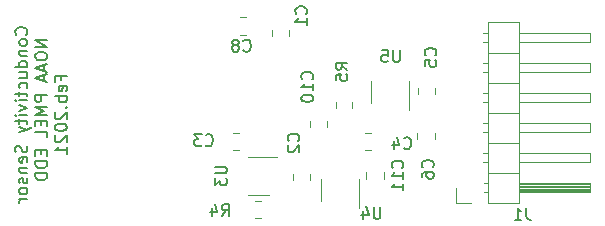
<source format=gbr>
G04 #@! TF.GenerationSoftware,KiCad,Pcbnew,(5.1.7)-1*
G04 #@! TF.CreationDate,2021-02-01T17:00:47-08:00*
G04 #@! TF.ProjectId,Conductivity_Sensor_v2,436f6e64-7563-4746-9976-6974795f5365,rev?*
G04 #@! TF.SameCoordinates,Original*
G04 #@! TF.FileFunction,Legend,Bot*
G04 #@! TF.FilePolarity,Positive*
%FSLAX46Y46*%
G04 Gerber Fmt 4.6, Leading zero omitted, Abs format (unit mm)*
G04 Created by KiCad (PCBNEW (5.1.7)-1) date 2021-02-01 17:00:47*
%MOMM*%
%LPD*%
G01*
G04 APERTURE LIST*
%ADD10C,0.152400*%
%ADD11C,0.120000*%
%ADD12C,0.150000*%
G04 APERTURE END LIST*
D10*
X106966657Y-53791757D02*
X107015038Y-53743376D01*
X107063419Y-53598233D01*
X107063419Y-53501471D01*
X107015038Y-53356328D01*
X106918276Y-53259566D01*
X106821514Y-53211185D01*
X106627990Y-53162804D01*
X106482847Y-53162804D01*
X106289323Y-53211185D01*
X106192561Y-53259566D01*
X106095800Y-53356328D01*
X106047419Y-53501471D01*
X106047419Y-53598233D01*
X106095800Y-53743376D01*
X106144180Y-53791757D01*
X107063419Y-54372328D02*
X107015038Y-54275566D01*
X106966657Y-54227185D01*
X106869895Y-54178804D01*
X106579609Y-54178804D01*
X106482847Y-54227185D01*
X106434466Y-54275566D01*
X106386085Y-54372328D01*
X106386085Y-54517471D01*
X106434466Y-54614233D01*
X106482847Y-54662614D01*
X106579609Y-54710995D01*
X106869895Y-54710995D01*
X106966657Y-54662614D01*
X107015038Y-54614233D01*
X107063419Y-54517471D01*
X107063419Y-54372328D01*
X106386085Y-55146423D02*
X107063419Y-55146423D01*
X106482847Y-55146423D02*
X106434466Y-55194804D01*
X106386085Y-55291566D01*
X106386085Y-55436709D01*
X106434466Y-55533471D01*
X106531228Y-55581852D01*
X107063419Y-55581852D01*
X107063419Y-56501090D02*
X106047419Y-56501090D01*
X107015038Y-56501090D02*
X107063419Y-56404328D01*
X107063419Y-56210804D01*
X107015038Y-56114042D01*
X106966657Y-56065661D01*
X106869895Y-56017280D01*
X106579609Y-56017280D01*
X106482847Y-56065661D01*
X106434466Y-56114042D01*
X106386085Y-56210804D01*
X106386085Y-56404328D01*
X106434466Y-56501090D01*
X106386085Y-57420328D02*
X107063419Y-57420328D01*
X106386085Y-56984900D02*
X106918276Y-56984900D01*
X107015038Y-57033280D01*
X107063419Y-57130042D01*
X107063419Y-57275185D01*
X107015038Y-57371947D01*
X106966657Y-57420328D01*
X107015038Y-58339566D02*
X107063419Y-58242804D01*
X107063419Y-58049280D01*
X107015038Y-57952519D01*
X106966657Y-57904138D01*
X106869895Y-57855757D01*
X106579609Y-57855757D01*
X106482847Y-57904138D01*
X106434466Y-57952519D01*
X106386085Y-58049280D01*
X106386085Y-58242804D01*
X106434466Y-58339566D01*
X106386085Y-58629852D02*
X106386085Y-59016900D01*
X106047419Y-58774995D02*
X106918276Y-58774995D01*
X107015038Y-58823376D01*
X107063419Y-58920138D01*
X107063419Y-59016900D01*
X107063419Y-59355566D02*
X106386085Y-59355566D01*
X106047419Y-59355566D02*
X106095800Y-59307185D01*
X106144180Y-59355566D01*
X106095800Y-59403947D01*
X106047419Y-59355566D01*
X106144180Y-59355566D01*
X106386085Y-59742614D02*
X107063419Y-59984519D01*
X106386085Y-60226423D01*
X107063419Y-60613471D02*
X106386085Y-60613471D01*
X106047419Y-60613471D02*
X106095800Y-60565090D01*
X106144180Y-60613471D01*
X106095800Y-60661852D01*
X106047419Y-60613471D01*
X106144180Y-60613471D01*
X106386085Y-60952138D02*
X106386085Y-61339185D01*
X106047419Y-61097280D02*
X106918276Y-61097280D01*
X107015038Y-61145661D01*
X107063419Y-61242423D01*
X107063419Y-61339185D01*
X106386085Y-61581090D02*
X107063419Y-61822995D01*
X106386085Y-62064900D02*
X107063419Y-61822995D01*
X107305323Y-61726233D01*
X107353704Y-61677852D01*
X107402085Y-61581090D01*
X107015038Y-63177661D02*
X107063419Y-63322804D01*
X107063419Y-63564709D01*
X107015038Y-63661471D01*
X106966657Y-63709852D01*
X106869895Y-63758233D01*
X106773133Y-63758233D01*
X106676371Y-63709852D01*
X106627990Y-63661471D01*
X106579609Y-63564709D01*
X106531228Y-63371185D01*
X106482847Y-63274423D01*
X106434466Y-63226042D01*
X106337704Y-63177661D01*
X106240942Y-63177661D01*
X106144180Y-63226042D01*
X106095800Y-63274423D01*
X106047419Y-63371185D01*
X106047419Y-63613090D01*
X106095800Y-63758233D01*
X107015038Y-64580709D02*
X107063419Y-64483947D01*
X107063419Y-64290423D01*
X107015038Y-64193661D01*
X106918276Y-64145280D01*
X106531228Y-64145280D01*
X106434466Y-64193661D01*
X106386085Y-64290423D01*
X106386085Y-64483947D01*
X106434466Y-64580709D01*
X106531228Y-64629090D01*
X106627990Y-64629090D01*
X106724752Y-64145280D01*
X106386085Y-65064519D02*
X107063419Y-65064519D01*
X106482847Y-65064519D02*
X106434466Y-65112900D01*
X106386085Y-65209661D01*
X106386085Y-65354804D01*
X106434466Y-65451566D01*
X106531228Y-65499947D01*
X107063419Y-65499947D01*
X107015038Y-65935376D02*
X107063419Y-66032138D01*
X107063419Y-66225661D01*
X107015038Y-66322423D01*
X106918276Y-66370804D01*
X106869895Y-66370804D01*
X106773133Y-66322423D01*
X106724752Y-66225661D01*
X106724752Y-66080519D01*
X106676371Y-65983757D01*
X106579609Y-65935376D01*
X106531228Y-65935376D01*
X106434466Y-65983757D01*
X106386085Y-66080519D01*
X106386085Y-66225661D01*
X106434466Y-66322423D01*
X107063419Y-66951376D02*
X107015038Y-66854614D01*
X106966657Y-66806233D01*
X106869895Y-66757852D01*
X106579609Y-66757852D01*
X106482847Y-66806233D01*
X106434466Y-66854614D01*
X106386085Y-66951376D01*
X106386085Y-67096519D01*
X106434466Y-67193280D01*
X106482847Y-67241661D01*
X106579609Y-67290042D01*
X106869895Y-67290042D01*
X106966657Y-67241661D01*
X107015038Y-67193280D01*
X107063419Y-67096519D01*
X107063419Y-66951376D01*
X107063419Y-67725471D02*
X106386085Y-67725471D01*
X106579609Y-67725471D02*
X106482847Y-67773852D01*
X106434466Y-67822233D01*
X106386085Y-67918995D01*
X106386085Y-68015757D01*
X108739819Y-54251376D02*
X107723819Y-54251376D01*
X108739819Y-54831947D01*
X107723819Y-54831947D01*
X107723819Y-55509280D02*
X107723819Y-55702804D01*
X107772200Y-55799566D01*
X107868961Y-55896328D01*
X108062485Y-55944709D01*
X108401152Y-55944709D01*
X108594676Y-55896328D01*
X108691438Y-55799566D01*
X108739819Y-55702804D01*
X108739819Y-55509280D01*
X108691438Y-55412519D01*
X108594676Y-55315757D01*
X108401152Y-55267376D01*
X108062485Y-55267376D01*
X107868961Y-55315757D01*
X107772200Y-55412519D01*
X107723819Y-55509280D01*
X108449533Y-56331757D02*
X108449533Y-56815566D01*
X108739819Y-56234995D02*
X107723819Y-56573661D01*
X108739819Y-56912328D01*
X108449533Y-57202614D02*
X108449533Y-57686423D01*
X108739819Y-57105852D02*
X107723819Y-57444519D01*
X108739819Y-57783185D01*
X108739819Y-58895947D02*
X107723819Y-58895947D01*
X107723819Y-59282995D01*
X107772200Y-59379757D01*
X107820580Y-59428138D01*
X107917342Y-59476519D01*
X108062485Y-59476519D01*
X108159247Y-59428138D01*
X108207628Y-59379757D01*
X108256009Y-59282995D01*
X108256009Y-58895947D01*
X108739819Y-59911947D02*
X107723819Y-59911947D01*
X108449533Y-60250614D01*
X107723819Y-60589280D01*
X108739819Y-60589280D01*
X108207628Y-61073090D02*
X108207628Y-61411757D01*
X108739819Y-61556900D02*
X108739819Y-61073090D01*
X107723819Y-61073090D01*
X107723819Y-61556900D01*
X108739819Y-62476138D02*
X108739819Y-61992328D01*
X107723819Y-61992328D01*
X108207628Y-63588900D02*
X108207628Y-63927566D01*
X108739819Y-64072709D02*
X108739819Y-63588900D01*
X107723819Y-63588900D01*
X107723819Y-64072709D01*
X108739819Y-64508138D02*
X107723819Y-64508138D01*
X107723819Y-64750042D01*
X107772200Y-64895185D01*
X107868961Y-64991947D01*
X107965723Y-65040328D01*
X108159247Y-65088709D01*
X108304390Y-65088709D01*
X108497914Y-65040328D01*
X108594676Y-64991947D01*
X108691438Y-64895185D01*
X108739819Y-64750042D01*
X108739819Y-64508138D01*
X108739819Y-65524138D02*
X107723819Y-65524138D01*
X107723819Y-65766042D01*
X107772200Y-65911185D01*
X107868961Y-66007947D01*
X107965723Y-66056328D01*
X108159247Y-66104709D01*
X108304390Y-66104709D01*
X108497914Y-66056328D01*
X108594676Y-66007947D01*
X108691438Y-65911185D01*
X108739819Y-65766042D01*
X108739819Y-65524138D01*
X109884028Y-57613852D02*
X109884028Y-57275185D01*
X110416219Y-57275185D02*
X109400219Y-57275185D01*
X109400219Y-57758995D01*
X110367838Y-58533090D02*
X110416219Y-58436328D01*
X110416219Y-58242804D01*
X110367838Y-58146042D01*
X110271076Y-58097661D01*
X109884028Y-58097661D01*
X109787266Y-58146042D01*
X109738885Y-58242804D01*
X109738885Y-58436328D01*
X109787266Y-58533090D01*
X109884028Y-58581471D01*
X109980790Y-58581471D01*
X110077552Y-58097661D01*
X110416219Y-59016900D02*
X109400219Y-59016900D01*
X109787266Y-59016900D02*
X109738885Y-59113661D01*
X109738885Y-59307185D01*
X109787266Y-59403947D01*
X109835647Y-59452328D01*
X109932409Y-59500709D01*
X110222695Y-59500709D01*
X110319457Y-59452328D01*
X110367838Y-59403947D01*
X110416219Y-59307185D01*
X110416219Y-59113661D01*
X110367838Y-59016900D01*
X110319457Y-59936138D02*
X110367838Y-59984519D01*
X110416219Y-59936138D01*
X110367838Y-59887757D01*
X110319457Y-59936138D01*
X110416219Y-59936138D01*
X109496980Y-60371566D02*
X109448600Y-60419947D01*
X109400219Y-60516709D01*
X109400219Y-60758614D01*
X109448600Y-60855376D01*
X109496980Y-60903757D01*
X109593742Y-60952138D01*
X109690504Y-60952138D01*
X109835647Y-60903757D01*
X110416219Y-60323185D01*
X110416219Y-60952138D01*
X109400219Y-61581090D02*
X109400219Y-61677852D01*
X109448600Y-61774614D01*
X109496980Y-61822995D01*
X109593742Y-61871376D01*
X109787266Y-61919757D01*
X110029171Y-61919757D01*
X110222695Y-61871376D01*
X110319457Y-61822995D01*
X110367838Y-61774614D01*
X110416219Y-61677852D01*
X110416219Y-61581090D01*
X110367838Y-61484328D01*
X110319457Y-61435947D01*
X110222695Y-61387566D01*
X110029171Y-61339185D01*
X109787266Y-61339185D01*
X109593742Y-61387566D01*
X109496980Y-61435947D01*
X109448600Y-61484328D01*
X109400219Y-61581090D01*
X109496980Y-62306804D02*
X109448600Y-62355185D01*
X109400219Y-62451947D01*
X109400219Y-62693852D01*
X109448600Y-62790614D01*
X109496980Y-62838995D01*
X109593742Y-62887376D01*
X109690504Y-62887376D01*
X109835647Y-62838995D01*
X110416219Y-62258423D01*
X110416219Y-62887376D01*
X110416219Y-63854995D02*
X110416219Y-63274423D01*
X110416219Y-63564709D02*
X109400219Y-63564709D01*
X109545361Y-63467947D01*
X109642123Y-63371185D01*
X109690504Y-63274423D01*
D11*
X146042200Y-68068500D02*
X146042200Y-52708500D01*
X146042200Y-52708500D02*
X148702200Y-52708500D01*
X148702200Y-52708500D02*
X148702200Y-68068500D01*
X148702200Y-68068500D02*
X146042200Y-68068500D01*
X148702200Y-67118500D02*
X154702200Y-67118500D01*
X154702200Y-67118500D02*
X154702200Y-66358500D01*
X154702200Y-66358500D02*
X148702200Y-66358500D01*
X148702200Y-67058500D02*
X154702200Y-67058500D01*
X148702200Y-66938500D02*
X154702200Y-66938500D01*
X148702200Y-66818500D02*
X154702200Y-66818500D01*
X148702200Y-66698500D02*
X154702200Y-66698500D01*
X148702200Y-66578500D02*
X154702200Y-66578500D01*
X148702200Y-66458500D02*
X154702200Y-66458500D01*
X145712200Y-67118500D02*
X146042200Y-67118500D01*
X145712200Y-66358500D02*
X146042200Y-66358500D01*
X146042200Y-65468500D02*
X148702200Y-65468500D01*
X148702200Y-64578500D02*
X154702200Y-64578500D01*
X154702200Y-64578500D02*
X154702200Y-63818500D01*
X154702200Y-63818500D02*
X148702200Y-63818500D01*
X145645129Y-64578500D02*
X146042200Y-64578500D01*
X145645129Y-63818500D02*
X146042200Y-63818500D01*
X146042200Y-62928500D02*
X148702200Y-62928500D01*
X148702200Y-62038500D02*
X154702200Y-62038500D01*
X154702200Y-62038500D02*
X154702200Y-61278500D01*
X154702200Y-61278500D02*
X148702200Y-61278500D01*
X145645129Y-62038500D02*
X146042200Y-62038500D01*
X145645129Y-61278500D02*
X146042200Y-61278500D01*
X146042200Y-60388500D02*
X148702200Y-60388500D01*
X148702200Y-59498500D02*
X154702200Y-59498500D01*
X154702200Y-59498500D02*
X154702200Y-58738500D01*
X154702200Y-58738500D02*
X148702200Y-58738500D01*
X145645129Y-59498500D02*
X146042200Y-59498500D01*
X145645129Y-58738500D02*
X146042200Y-58738500D01*
X146042200Y-57848500D02*
X148702200Y-57848500D01*
X148702200Y-56958500D02*
X154702200Y-56958500D01*
X154702200Y-56958500D02*
X154702200Y-56198500D01*
X154702200Y-56198500D02*
X148702200Y-56198500D01*
X145645129Y-56958500D02*
X146042200Y-56958500D01*
X145645129Y-56198500D02*
X146042200Y-56198500D01*
X146042200Y-55308500D02*
X148702200Y-55308500D01*
X148702200Y-54418500D02*
X154702200Y-54418500D01*
X154702200Y-54418500D02*
X154702200Y-53658500D01*
X154702200Y-53658500D02*
X148702200Y-53658500D01*
X145645129Y-54418500D02*
X146042200Y-54418500D01*
X145645129Y-53658500D02*
X146042200Y-53658500D01*
X143332200Y-66738500D02*
X143332200Y-68008500D01*
X143332200Y-68008500D02*
X144602200Y-68008500D01*
X135764600Y-65451048D02*
X135764600Y-65973552D01*
X137234600Y-65451048D02*
X137234600Y-65973552D01*
X130964000Y-61102648D02*
X130964000Y-61625152D01*
X132434000Y-61102648D02*
X132434000Y-61625152D01*
X125610252Y-52338300D02*
X125087748Y-52338300D01*
X125610252Y-53808300D02*
X125087748Y-53808300D01*
X141552600Y-62605552D02*
X141552600Y-62083048D01*
X140082600Y-62605552D02*
X140082600Y-62083048D01*
X141603400Y-58820952D02*
X141603400Y-58298448D01*
X140133400Y-58820952D02*
X140133400Y-58298448D01*
X135669348Y-63587300D02*
X136191852Y-63587300D01*
X135669348Y-62117300D02*
X136191852Y-62117300D01*
X124442548Y-63561900D02*
X124965052Y-63561900D01*
X124442548Y-62091900D02*
X124965052Y-62091900D01*
X129567000Y-65562848D02*
X129567000Y-66085352D01*
X131037000Y-65562848D02*
X131037000Y-66085352D01*
X127789000Y-53386048D02*
X127789000Y-53908552D01*
X129259000Y-53386048D02*
X129259000Y-53908552D01*
X131902600Y-67837900D02*
X131902600Y-66037900D01*
X135122600Y-66037900D02*
X135122600Y-68487900D01*
X126863852Y-69277300D02*
X126341348Y-69277300D01*
X126863852Y-67857300D02*
X126341348Y-67857300D01*
X134593400Y-59517648D02*
X134593400Y-60040152D01*
X133173400Y-59517648D02*
X133173400Y-60040152D01*
X125719000Y-64163300D02*
X128169000Y-64163300D01*
X127519000Y-67383300D02*
X125719000Y-67383300D01*
X139405000Y-57735900D02*
X139405000Y-60185900D01*
X136185000Y-59535900D02*
X136185000Y-57735900D01*
D12*
X149320533Y-68460880D02*
X149320533Y-69175166D01*
X149368152Y-69318023D01*
X149463390Y-69413261D01*
X149606247Y-69460880D01*
X149701485Y-69460880D01*
X148320533Y-69460880D02*
X148891961Y-69460880D01*
X148606247Y-69460880D02*
X148606247Y-68460880D01*
X148701485Y-68603738D01*
X148796723Y-68698976D01*
X148891961Y-68746595D01*
X138812542Y-65069442D02*
X138860161Y-65021823D01*
X138907780Y-64878966D01*
X138907780Y-64783728D01*
X138860161Y-64640871D01*
X138764923Y-64545633D01*
X138669685Y-64498014D01*
X138479209Y-64450395D01*
X138336352Y-64450395D01*
X138145876Y-64498014D01*
X138050638Y-64545633D01*
X137955400Y-64640871D01*
X137907780Y-64783728D01*
X137907780Y-64878966D01*
X137955400Y-65021823D01*
X138003019Y-65069442D01*
X138907780Y-66021823D02*
X138907780Y-65450395D01*
X138907780Y-65736109D02*
X137907780Y-65736109D01*
X138050638Y-65640871D01*
X138145876Y-65545633D01*
X138193495Y-65450395D01*
X138907780Y-66974204D02*
X138907780Y-66402776D01*
X138907780Y-66688490D02*
X137907780Y-66688490D01*
X138050638Y-66593252D01*
X138145876Y-66498014D01*
X138193495Y-66402776D01*
X131167142Y-57561242D02*
X131214761Y-57513623D01*
X131262380Y-57370766D01*
X131262380Y-57275528D01*
X131214761Y-57132671D01*
X131119523Y-57037433D01*
X131024285Y-56989814D01*
X130833809Y-56942195D01*
X130690952Y-56942195D01*
X130500476Y-56989814D01*
X130405238Y-57037433D01*
X130310000Y-57132671D01*
X130262380Y-57275528D01*
X130262380Y-57370766D01*
X130310000Y-57513623D01*
X130357619Y-57561242D01*
X131262380Y-58513623D02*
X131262380Y-57942195D01*
X131262380Y-58227909D02*
X130262380Y-58227909D01*
X130405238Y-58132671D01*
X130500476Y-58037433D01*
X130548095Y-57942195D01*
X130262380Y-59132671D02*
X130262380Y-59227909D01*
X130310000Y-59323147D01*
X130357619Y-59370766D01*
X130452857Y-59418385D01*
X130643333Y-59466004D01*
X130881428Y-59466004D01*
X131071904Y-59418385D01*
X131167142Y-59370766D01*
X131214761Y-59323147D01*
X131262380Y-59227909D01*
X131262380Y-59132671D01*
X131214761Y-59037433D01*
X131167142Y-58989814D01*
X131071904Y-58942195D01*
X130881428Y-58894576D01*
X130643333Y-58894576D01*
X130452857Y-58942195D01*
X130357619Y-58989814D01*
X130310000Y-59037433D01*
X130262380Y-59132671D01*
X125363266Y-55132242D02*
X125410885Y-55179861D01*
X125553742Y-55227480D01*
X125648980Y-55227480D01*
X125791838Y-55179861D01*
X125887076Y-55084623D01*
X125934695Y-54989385D01*
X125982314Y-54798909D01*
X125982314Y-54656052D01*
X125934695Y-54465576D01*
X125887076Y-54370338D01*
X125791838Y-54275100D01*
X125648980Y-54227480D01*
X125553742Y-54227480D01*
X125410885Y-54275100D01*
X125363266Y-54322719D01*
X124791838Y-54656052D02*
X124887076Y-54608433D01*
X124934695Y-54560814D01*
X124982314Y-54465576D01*
X124982314Y-54417957D01*
X124934695Y-54322719D01*
X124887076Y-54275100D01*
X124791838Y-54227480D01*
X124601361Y-54227480D01*
X124506123Y-54275100D01*
X124458504Y-54322719D01*
X124410885Y-54417957D01*
X124410885Y-54465576D01*
X124458504Y-54560814D01*
X124506123Y-54608433D01*
X124601361Y-54656052D01*
X124791838Y-54656052D01*
X124887076Y-54703671D01*
X124934695Y-54751290D01*
X124982314Y-54846528D01*
X124982314Y-55037004D01*
X124934695Y-55132242D01*
X124887076Y-55179861D01*
X124791838Y-55227480D01*
X124601361Y-55227480D01*
X124506123Y-55179861D01*
X124458504Y-55132242D01*
X124410885Y-55037004D01*
X124410885Y-54846528D01*
X124458504Y-54751290D01*
X124506123Y-54703671D01*
X124601361Y-54656052D01*
X141377942Y-65022433D02*
X141425561Y-64974814D01*
X141473180Y-64831957D01*
X141473180Y-64736719D01*
X141425561Y-64593861D01*
X141330323Y-64498623D01*
X141235085Y-64451004D01*
X141044609Y-64403385D01*
X140901752Y-64403385D01*
X140711276Y-64451004D01*
X140616038Y-64498623D01*
X140520800Y-64593861D01*
X140473180Y-64736719D01*
X140473180Y-64831957D01*
X140520800Y-64974814D01*
X140568419Y-65022433D01*
X140473180Y-65879576D02*
X140473180Y-65689100D01*
X140520800Y-65593861D01*
X140568419Y-65546242D01*
X140711276Y-65451004D01*
X140901752Y-65403385D01*
X141282704Y-65403385D01*
X141377942Y-65451004D01*
X141425561Y-65498623D01*
X141473180Y-65593861D01*
X141473180Y-65784338D01*
X141425561Y-65879576D01*
X141377942Y-65927195D01*
X141282704Y-65974814D01*
X141044609Y-65974814D01*
X140949371Y-65927195D01*
X140901752Y-65879576D01*
X140854133Y-65784338D01*
X140854133Y-65593861D01*
X140901752Y-65498623D01*
X140949371Y-65451004D01*
X141044609Y-65403385D01*
X141606542Y-55548233D02*
X141654161Y-55500614D01*
X141701780Y-55357757D01*
X141701780Y-55262519D01*
X141654161Y-55119661D01*
X141558923Y-55024423D01*
X141463685Y-54976804D01*
X141273209Y-54929185D01*
X141130352Y-54929185D01*
X140939876Y-54976804D01*
X140844638Y-55024423D01*
X140749400Y-55119661D01*
X140701780Y-55262519D01*
X140701780Y-55357757D01*
X140749400Y-55500614D01*
X140797019Y-55548233D01*
X140701780Y-56452995D02*
X140701780Y-55976804D01*
X141177971Y-55929185D01*
X141130352Y-55976804D01*
X141082733Y-56072042D01*
X141082733Y-56310138D01*
X141130352Y-56405376D01*
X141177971Y-56452995D01*
X141273209Y-56500614D01*
X141511304Y-56500614D01*
X141606542Y-56452995D01*
X141654161Y-56405376D01*
X141701780Y-56310138D01*
X141701780Y-56072042D01*
X141654161Y-55976804D01*
X141606542Y-55929185D01*
X138952266Y-63387242D02*
X138999885Y-63434861D01*
X139142742Y-63482480D01*
X139237980Y-63482480D01*
X139380838Y-63434861D01*
X139476076Y-63339623D01*
X139523695Y-63244385D01*
X139571314Y-63053909D01*
X139571314Y-62911052D01*
X139523695Y-62720576D01*
X139476076Y-62625338D01*
X139380838Y-62530100D01*
X139237980Y-62482480D01*
X139142742Y-62482480D01*
X138999885Y-62530100D01*
X138952266Y-62577719D01*
X138095123Y-62815814D02*
X138095123Y-63482480D01*
X138333219Y-62434861D02*
X138571314Y-63149147D01*
X137952266Y-63149147D01*
X122162866Y-63133242D02*
X122210485Y-63180861D01*
X122353342Y-63228480D01*
X122448580Y-63228480D01*
X122591438Y-63180861D01*
X122686676Y-63085623D01*
X122734295Y-62990385D01*
X122781914Y-62799909D01*
X122781914Y-62657052D01*
X122734295Y-62466576D01*
X122686676Y-62371338D01*
X122591438Y-62276100D01*
X122448580Y-62228480D01*
X122353342Y-62228480D01*
X122210485Y-62276100D01*
X122162866Y-62323719D01*
X121829533Y-62228480D02*
X121210485Y-62228480D01*
X121543819Y-62609433D01*
X121400961Y-62609433D01*
X121305723Y-62657052D01*
X121258104Y-62704671D01*
X121210485Y-62799909D01*
X121210485Y-63038004D01*
X121258104Y-63133242D01*
X121305723Y-63180861D01*
X121400961Y-63228480D01*
X121686676Y-63228480D01*
X121781914Y-63180861D01*
X121829533Y-63133242D01*
X129998742Y-62787233D02*
X130046361Y-62739614D01*
X130093980Y-62596757D01*
X130093980Y-62501519D01*
X130046361Y-62358661D01*
X129951123Y-62263423D01*
X129855885Y-62215804D01*
X129665409Y-62168185D01*
X129522552Y-62168185D01*
X129332076Y-62215804D01*
X129236838Y-62263423D01*
X129141600Y-62358661D01*
X129093980Y-62501519D01*
X129093980Y-62596757D01*
X129141600Y-62739614D01*
X129189219Y-62787233D01*
X129189219Y-63168185D02*
X129141600Y-63215804D01*
X129093980Y-63311042D01*
X129093980Y-63549138D01*
X129141600Y-63644376D01*
X129189219Y-63691995D01*
X129284457Y-63739614D01*
X129379695Y-63739614D01*
X129522552Y-63691995D01*
X130093980Y-63120566D01*
X130093980Y-63739614D01*
X130659142Y-52017633D02*
X130706761Y-51970014D01*
X130754380Y-51827157D01*
X130754380Y-51731919D01*
X130706761Y-51589061D01*
X130611523Y-51493823D01*
X130516285Y-51446204D01*
X130325809Y-51398585D01*
X130182952Y-51398585D01*
X129992476Y-51446204D01*
X129897238Y-51493823D01*
X129802000Y-51589061D01*
X129754380Y-51731919D01*
X129754380Y-51827157D01*
X129802000Y-51970014D01*
X129849619Y-52017633D01*
X130754380Y-52970014D02*
X130754380Y-52398585D01*
X130754380Y-52684300D02*
X129754380Y-52684300D01*
X129897238Y-52589061D01*
X129992476Y-52493823D01*
X130040095Y-52398585D01*
X136956704Y-68375280D02*
X136956704Y-69184804D01*
X136909085Y-69280042D01*
X136861466Y-69327661D01*
X136766228Y-69375280D01*
X136575752Y-69375280D01*
X136480514Y-69327661D01*
X136432895Y-69280042D01*
X136385276Y-69184804D01*
X136385276Y-68375280D01*
X135480514Y-68708614D02*
X135480514Y-69375280D01*
X135718609Y-68327661D02*
X135956704Y-69041947D01*
X135337657Y-69041947D01*
X123534466Y-69146680D02*
X123867800Y-68670490D01*
X124105895Y-69146680D02*
X124105895Y-68146680D01*
X123724942Y-68146680D01*
X123629704Y-68194300D01*
X123582085Y-68241919D01*
X123534466Y-68337157D01*
X123534466Y-68480014D01*
X123582085Y-68575252D01*
X123629704Y-68622871D01*
X123724942Y-68670490D01*
X124105895Y-68670490D01*
X122677323Y-68480014D02*
X122677323Y-69146680D01*
X122915419Y-68099061D02*
X123153514Y-68813347D01*
X122534466Y-68813347D01*
X134157980Y-56742033D02*
X133681790Y-56408700D01*
X134157980Y-56170604D02*
X133157980Y-56170604D01*
X133157980Y-56551557D01*
X133205600Y-56646795D01*
X133253219Y-56694414D01*
X133348457Y-56742033D01*
X133491314Y-56742033D01*
X133586552Y-56694414D01*
X133634171Y-56646795D01*
X133681790Y-56551557D01*
X133681790Y-56170604D01*
X133157980Y-57646795D02*
X133157980Y-57170604D01*
X133634171Y-57122985D01*
X133586552Y-57170604D01*
X133538933Y-57265842D01*
X133538933Y-57503938D01*
X133586552Y-57599176D01*
X133634171Y-57646795D01*
X133729409Y-57694414D01*
X133967504Y-57694414D01*
X134062742Y-57646795D01*
X134110361Y-57599176D01*
X134157980Y-57503938D01*
X134157980Y-57265842D01*
X134110361Y-57170604D01*
X134062742Y-57122985D01*
X122972580Y-64960595D02*
X123782104Y-64960595D01*
X123877342Y-65008214D01*
X123924961Y-65055833D01*
X123972580Y-65151071D01*
X123972580Y-65341547D01*
X123924961Y-65436785D01*
X123877342Y-65484404D01*
X123782104Y-65532023D01*
X122972580Y-65532023D01*
X122972580Y-65912976D02*
X122972580Y-66532023D01*
X123353533Y-66198690D01*
X123353533Y-66341547D01*
X123401152Y-66436785D01*
X123448771Y-66484404D01*
X123544009Y-66532023D01*
X123782104Y-66532023D01*
X123877342Y-66484404D01*
X123924961Y-66436785D01*
X123972580Y-66341547D01*
X123972580Y-66055833D01*
X123924961Y-65960595D01*
X123877342Y-65912976D01*
X138607704Y-55091080D02*
X138607704Y-55900604D01*
X138560085Y-55995842D01*
X138512466Y-56043461D01*
X138417228Y-56091080D01*
X138226752Y-56091080D01*
X138131514Y-56043461D01*
X138083895Y-55995842D01*
X138036276Y-55900604D01*
X138036276Y-55091080D01*
X137083895Y-55091080D02*
X137560085Y-55091080D01*
X137607704Y-55567271D01*
X137560085Y-55519652D01*
X137464847Y-55472033D01*
X137226752Y-55472033D01*
X137131514Y-55519652D01*
X137083895Y-55567271D01*
X137036276Y-55662509D01*
X137036276Y-55900604D01*
X137083895Y-55995842D01*
X137131514Y-56043461D01*
X137226752Y-56091080D01*
X137464847Y-56091080D01*
X137560085Y-56043461D01*
X137607704Y-55995842D01*
M02*

</source>
